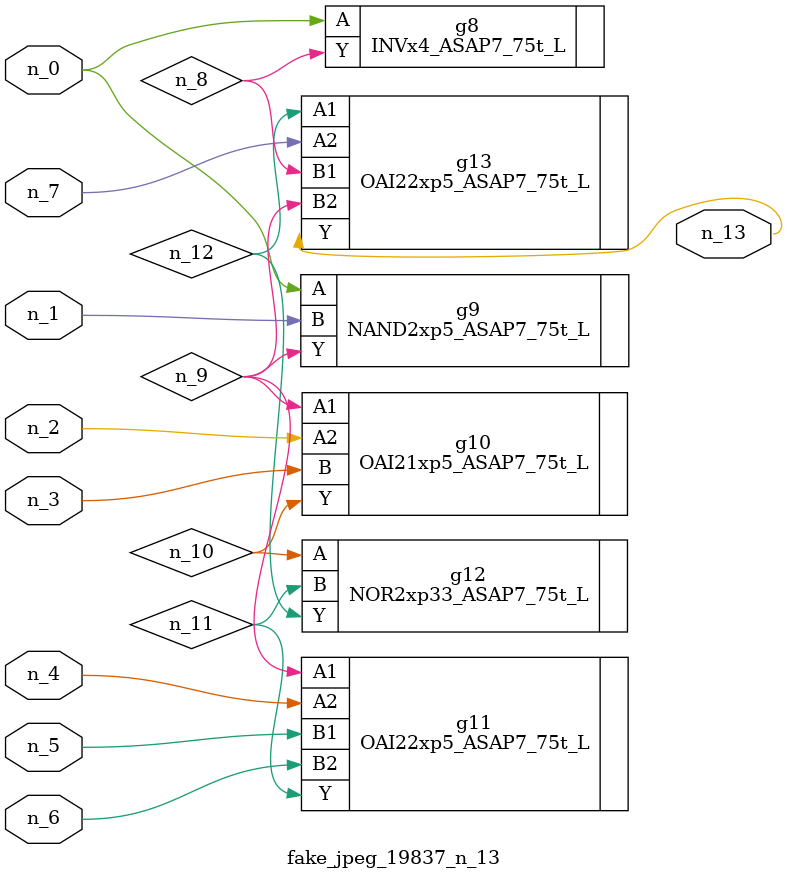
<source format=v>
module fake_jpeg_19837_n_13 (n_3, n_2, n_1, n_0, n_4, n_6, n_5, n_7, n_13);

input n_3;
input n_2;
input n_1;
input n_0;
input n_4;
input n_6;
input n_5;
input n_7;

output n_13;

wire n_11;
wire n_10;
wire n_12;
wire n_8;
wire n_9;

INVx4_ASAP7_75t_L g8 ( 
.A(n_0),
.Y(n_8)
);

NAND2xp5_ASAP7_75t_L g9 ( 
.A(n_0),
.B(n_1),
.Y(n_9)
);

OAI21xp5_ASAP7_75t_L g10 ( 
.A1(n_9),
.A2(n_2),
.B(n_3),
.Y(n_10)
);

NOR2xp33_ASAP7_75t_L g12 ( 
.A(n_10),
.B(n_11),
.Y(n_12)
);

OAI22xp5_ASAP7_75t_L g11 ( 
.A1(n_9),
.A2(n_4),
.B1(n_5),
.B2(n_6),
.Y(n_11)
);

OAI22xp5_ASAP7_75t_L g13 ( 
.A1(n_12),
.A2(n_7),
.B1(n_8),
.B2(n_9),
.Y(n_13)
);


endmodule
</source>
